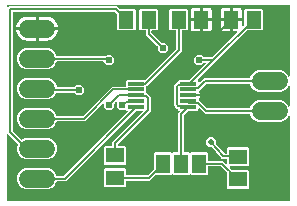
<source format=gbr>
G04 EAGLE Gerber RS-274X export*
G75*
%MOMM*%
%FSLAX34Y34*%
%LPD*%
%INTop Copper*%
%IPPOS*%
%AMOC8*
5,1,8,0,0,1.08239X$1,22.5*%
G01*
%ADD10R,1.300000X1.500000*%
%ADD11C,1.524000*%
%ADD12R,1.500000X1.300000*%
%ADD13R,1.168400X1.600200*%
%ADD14R,1.450000X0.300000*%
%ADD15C,0.152400*%
%ADD16C,0.604000*%
%ADD17C,0.508000*%

G36*
X242510Y3822D02*
X242510Y3822D01*
X242576Y3824D01*
X242619Y3842D01*
X242666Y3850D01*
X242723Y3884D01*
X242783Y3909D01*
X242818Y3940D01*
X242859Y3965D01*
X242901Y4016D01*
X242949Y4060D01*
X242971Y4102D01*
X243000Y4139D01*
X243021Y4201D01*
X243052Y4260D01*
X243060Y4314D01*
X243072Y4351D01*
X243071Y4391D01*
X243079Y4445D01*
X243079Y75617D01*
X243061Y75716D01*
X243047Y75816D01*
X243042Y75826D01*
X243040Y75838D01*
X242988Y75925D01*
X242940Y76013D01*
X242932Y76021D01*
X242925Y76031D01*
X242847Y76094D01*
X242772Y76161D01*
X242760Y76165D01*
X242751Y76172D01*
X242656Y76205D01*
X242562Y76240D01*
X242550Y76240D01*
X242539Y76244D01*
X242439Y76241D01*
X242338Y76242D01*
X242326Y76238D01*
X242314Y76238D01*
X242222Y76200D01*
X242127Y76166D01*
X242118Y76158D01*
X242107Y76153D01*
X242032Y76085D01*
X241956Y76020D01*
X241949Y76009D01*
X241941Y76002D01*
X241920Y75961D01*
X241859Y75860D01*
X241433Y74830D01*
X238860Y72257D01*
X235499Y70865D01*
X216621Y70865D01*
X213260Y72257D01*
X210687Y74830D01*
X209651Y77332D01*
X209622Y77377D01*
X209602Y77427D01*
X209562Y77471D01*
X209530Y77521D01*
X209487Y77553D01*
X209450Y77593D01*
X209398Y77620D01*
X209351Y77655D01*
X209299Y77671D01*
X209251Y77696D01*
X209180Y77706D01*
X209136Y77719D01*
X209105Y77717D01*
X209065Y77723D01*
X171366Y77723D01*
X166887Y82201D01*
X166814Y82252D01*
X166745Y82308D01*
X166723Y82316D01*
X166703Y82330D01*
X166617Y82352D01*
X166533Y82380D01*
X166509Y82380D01*
X166486Y82386D01*
X166397Y82376D01*
X166308Y82374D01*
X166286Y82365D01*
X166263Y82362D01*
X166183Y82323D01*
X166101Y82289D01*
X166083Y82273D01*
X166062Y82263D01*
X166001Y82198D01*
X165935Y82138D01*
X165924Y82117D01*
X165908Y82100D01*
X165873Y82018D01*
X165832Y81938D01*
X165829Y81912D01*
X165820Y81893D01*
X165818Y81843D01*
X165805Y81753D01*
X165805Y81178D01*
X164912Y80285D01*
X157502Y80285D01*
X157460Y80278D01*
X157418Y80280D01*
X157351Y80258D01*
X157281Y80246D01*
X157245Y80224D01*
X157204Y80211D01*
X157131Y80157D01*
X157088Y80131D01*
X157075Y80115D01*
X157053Y80099D01*
X153603Y76649D01*
X153578Y76614D01*
X153547Y76585D01*
X153515Y76522D01*
X153474Y76464D01*
X153464Y76423D01*
X153444Y76385D01*
X153431Y76296D01*
X153418Y76247D01*
X153421Y76226D01*
X153417Y76200D01*
X153417Y45720D01*
X153428Y45655D01*
X153430Y45589D01*
X153448Y45546D01*
X153456Y45499D01*
X153490Y45442D01*
X153515Y45382D01*
X153546Y45347D01*
X153571Y45306D01*
X153622Y45264D01*
X153666Y45216D01*
X153708Y45194D01*
X153745Y45165D01*
X153807Y45144D01*
X153866Y45113D01*
X153920Y45105D01*
X153957Y45093D01*
X153997Y45094D01*
X154051Y45086D01*
X157604Y45086D01*
X158301Y44388D01*
X158356Y44350D01*
X158403Y44305D01*
X158447Y44287D01*
X158486Y44260D01*
X158549Y44243D01*
X158610Y44218D01*
X158657Y44216D01*
X158703Y44204D01*
X158768Y44211D01*
X158834Y44208D01*
X158879Y44222D01*
X158926Y44227D01*
X158985Y44256D01*
X159048Y44276D01*
X159092Y44309D01*
X159127Y44326D01*
X159154Y44355D01*
X159198Y44388D01*
X159896Y45086D01*
X172844Y45086D01*
X173737Y44193D01*
X173737Y38481D01*
X173748Y38416D01*
X173750Y38350D01*
X173768Y38307D01*
X173776Y38260D01*
X173810Y38203D01*
X173835Y38143D01*
X173866Y38108D01*
X173891Y38067D01*
X173942Y38025D01*
X173986Y37977D01*
X174028Y37955D01*
X174065Y37926D01*
X174127Y37905D01*
X174186Y37874D01*
X174240Y37866D01*
X174277Y37854D01*
X174317Y37855D01*
X174371Y37847D01*
X187027Y37847D01*
X189283Y35591D01*
X189356Y35541D01*
X189425Y35484D01*
X189447Y35477D01*
X189467Y35463D01*
X189553Y35441D01*
X189637Y35413D01*
X189661Y35413D01*
X189684Y35407D01*
X189773Y35417D01*
X189862Y35419D01*
X189884Y35428D01*
X189907Y35431D01*
X189987Y35470D01*
X190069Y35503D01*
X190087Y35519D01*
X190108Y35530D01*
X190169Y35595D01*
X190235Y35655D01*
X190246Y35676D01*
X190262Y35693D01*
X190297Y35775D01*
X190338Y35854D01*
X190341Y35881D01*
X190350Y35900D01*
X190352Y35950D01*
X190365Y36040D01*
X190365Y38707D01*
X190356Y38760D01*
X190356Y38813D01*
X190336Y38869D01*
X190326Y38928D01*
X190298Y38974D01*
X190280Y39024D01*
X190242Y39070D01*
X190211Y39121D01*
X190170Y39155D01*
X190136Y39196D01*
X190084Y39225D01*
X190037Y39262D01*
X189987Y39280D01*
X189940Y39306D01*
X189869Y39319D01*
X189825Y39334D01*
X189795Y39333D01*
X189756Y39341D01*
X188030Y39409D01*
X188000Y39405D01*
X187970Y39408D01*
X187889Y39389D01*
X187815Y39379D01*
X186855Y39455D01*
X186844Y39453D01*
X186830Y39456D01*
X185888Y39493D01*
X185276Y40210D01*
X185267Y40217D01*
X185259Y40229D01*
X184601Y40941D01*
X184595Y40964D01*
X184531Y41067D01*
X184510Y41106D01*
X184502Y41113D01*
X184496Y41123D01*
X177184Y49688D01*
X177132Y49730D01*
X177086Y49780D01*
X177045Y49801D01*
X177010Y49830D01*
X176946Y49852D01*
X176887Y49883D01*
X176834Y49890D01*
X176798Y49903D01*
X176757Y49902D01*
X176701Y49910D01*
X174846Y49910D01*
X172465Y52291D01*
X172465Y55659D01*
X174846Y58040D01*
X178214Y58040D01*
X180595Y55659D01*
X180595Y52970D01*
X180598Y52953D01*
X180596Y52935D01*
X180618Y52843D01*
X180634Y52749D01*
X180643Y52734D01*
X180647Y52717D01*
X180747Y52558D01*
X187887Y44195D01*
X187929Y44161D01*
X187965Y44119D01*
X188015Y44090D01*
X188060Y44053D01*
X188112Y44035D01*
X188160Y44008D01*
X188229Y43995D01*
X188272Y43980D01*
X188304Y43981D01*
X188344Y43973D01*
X189706Y43920D01*
X189783Y43931D01*
X189862Y43933D01*
X189894Y43946D01*
X189928Y43951D01*
X189997Y43988D01*
X190069Y44017D01*
X190095Y44041D01*
X190126Y44057D01*
X190178Y44116D01*
X190235Y44169D01*
X190251Y44199D01*
X190274Y44226D01*
X190302Y44299D01*
X190338Y44368D01*
X190343Y44407D01*
X190354Y44435D01*
X190355Y44482D01*
X190365Y44554D01*
X190365Y48382D01*
X191258Y49275D01*
X207522Y49275D01*
X208415Y48382D01*
X208415Y34118D01*
X207522Y33225D01*
X193180Y33225D01*
X193092Y33209D01*
X193004Y33200D01*
X192982Y33190D01*
X192959Y33186D01*
X192882Y33140D01*
X192803Y33101D01*
X192786Y33084D01*
X192766Y33071D01*
X192710Y33002D01*
X192649Y32938D01*
X192639Y32916D01*
X192624Y32897D01*
X192596Y32813D01*
X192561Y32731D01*
X192560Y32707D01*
X192553Y32685D01*
X192555Y32596D01*
X192551Y32507D01*
X192559Y32484D01*
X192559Y32460D01*
X192593Y32378D01*
X192620Y32293D01*
X192636Y32272D01*
X192643Y32253D01*
X192678Y32215D01*
X192731Y32143D01*
X194413Y30460D01*
X194448Y30436D01*
X194477Y30405D01*
X194540Y30373D01*
X194598Y30332D01*
X194639Y30322D01*
X194677Y30302D01*
X194766Y30289D01*
X194815Y30276D01*
X194836Y30279D01*
X194862Y30275D01*
X207522Y30275D01*
X208415Y29382D01*
X208415Y15118D01*
X207522Y14225D01*
X191258Y14225D01*
X190365Y15118D01*
X190365Y27778D01*
X190358Y27820D01*
X190360Y27862D01*
X190338Y27929D01*
X190326Y27999D01*
X190304Y28035D01*
X190291Y28076D01*
X190237Y28149D01*
X190211Y28192D01*
X190195Y28205D01*
X190179Y28227D01*
X185319Y33087D01*
X185284Y33112D01*
X185255Y33143D01*
X185192Y33175D01*
X185134Y33216D01*
X185093Y33226D01*
X185055Y33246D01*
X184966Y33259D01*
X184917Y33272D01*
X184896Y33269D01*
X184870Y33273D01*
X174371Y33273D01*
X174306Y33262D01*
X174240Y33260D01*
X174197Y33242D01*
X174150Y33234D01*
X174093Y33200D01*
X174033Y33175D01*
X173998Y33144D01*
X173957Y33119D01*
X173915Y33068D01*
X173867Y33024D01*
X173845Y32982D01*
X173816Y32945D01*
X173795Y32883D01*
X173764Y32824D01*
X173756Y32770D01*
X173744Y32733D01*
X173745Y32693D01*
X173737Y32639D01*
X173737Y26927D01*
X172844Y26034D01*
X159896Y26034D01*
X159198Y26732D01*
X159144Y26770D01*
X159097Y26815D01*
X159053Y26833D01*
X159014Y26860D01*
X158951Y26877D01*
X158890Y26902D01*
X158843Y26904D01*
X158797Y26916D01*
X158732Y26909D01*
X158666Y26912D01*
X158621Y26898D01*
X158574Y26893D01*
X158515Y26864D01*
X158452Y26844D01*
X158408Y26811D01*
X158373Y26794D01*
X158346Y26765D01*
X158301Y26732D01*
X157604Y26034D01*
X144656Y26034D01*
X143958Y26732D01*
X143904Y26770D01*
X143857Y26815D01*
X143813Y26833D01*
X143774Y26860D01*
X143711Y26877D01*
X143650Y26902D01*
X143603Y26904D01*
X143557Y26916D01*
X143492Y26909D01*
X143426Y26912D01*
X143381Y26898D01*
X143334Y26893D01*
X143275Y26864D01*
X143212Y26844D01*
X143168Y26811D01*
X143133Y26794D01*
X143106Y26765D01*
X143061Y26732D01*
X142364Y26034D01*
X129861Y26034D01*
X129819Y26027D01*
X129777Y26029D01*
X129710Y26007D01*
X129640Y25995D01*
X129604Y25973D01*
X129563Y25960D01*
X129490Y25906D01*
X129447Y25880D01*
X129434Y25864D01*
X129423Y25856D01*
X129422Y25856D01*
X129412Y25848D01*
X124797Y21233D01*
X104909Y21233D01*
X104844Y21222D01*
X104778Y21220D01*
X104735Y21202D01*
X104688Y21194D01*
X104631Y21160D01*
X104571Y21135D01*
X104536Y21104D01*
X104495Y21079D01*
X104453Y21028D01*
X104405Y20984D01*
X104383Y20942D01*
X104354Y20905D01*
X104333Y20843D01*
X104302Y20784D01*
X104294Y20730D01*
X104282Y20693D01*
X104283Y20653D01*
X104275Y20599D01*
X104275Y16388D01*
X103382Y15495D01*
X87118Y15495D01*
X86225Y16388D01*
X86225Y30652D01*
X87118Y31545D01*
X103382Y31545D01*
X104275Y30652D01*
X104275Y26441D01*
X104286Y26376D01*
X104288Y26310D01*
X104306Y26267D01*
X104314Y26220D01*
X104348Y26163D01*
X104373Y26103D01*
X104404Y26068D01*
X104429Y26027D01*
X104480Y25985D01*
X104524Y25937D01*
X104566Y25915D01*
X104603Y25886D01*
X104665Y25865D01*
X104724Y25834D01*
X104778Y25826D01*
X104815Y25814D01*
X104855Y25815D01*
X104909Y25807D01*
X122640Y25807D01*
X122682Y25814D01*
X122724Y25812D01*
X122791Y25834D01*
X122861Y25846D01*
X122897Y25868D01*
X122938Y25881D01*
X123011Y25935D01*
X123054Y25961D01*
X123067Y25977D01*
X123089Y25993D01*
X128337Y31241D01*
X128362Y31276D01*
X128393Y31305D01*
X128425Y31368D01*
X128466Y31426D01*
X128476Y31467D01*
X128496Y31505D01*
X128509Y31594D01*
X128522Y31643D01*
X128519Y31664D01*
X128523Y31690D01*
X128523Y44193D01*
X129416Y45086D01*
X142364Y45086D01*
X143061Y44388D01*
X143116Y44350D01*
X143163Y44305D01*
X143207Y44287D01*
X143246Y44260D01*
X143309Y44243D01*
X143370Y44218D01*
X143417Y44216D01*
X143463Y44204D01*
X143528Y44211D01*
X143594Y44208D01*
X143639Y44222D01*
X143686Y44227D01*
X143745Y44256D01*
X143808Y44276D01*
X143852Y44309D01*
X143887Y44326D01*
X143914Y44355D01*
X143958Y44388D01*
X144656Y45086D01*
X148209Y45086D01*
X148274Y45097D01*
X148340Y45099D01*
X148383Y45117D01*
X148430Y45125D01*
X148487Y45159D01*
X148547Y45184D01*
X148582Y45215D01*
X148623Y45240D01*
X148665Y45291D01*
X148713Y45335D01*
X148735Y45377D01*
X148764Y45414D01*
X148785Y45476D01*
X148816Y45535D01*
X148824Y45589D01*
X148836Y45626D01*
X148835Y45666D01*
X148843Y45720D01*
X148843Y78357D01*
X149689Y79203D01*
X149739Y79276D01*
X149796Y79345D01*
X149803Y79367D01*
X149817Y79387D01*
X149839Y79473D01*
X149867Y79557D01*
X149867Y79581D01*
X149873Y79604D01*
X149863Y79693D01*
X149861Y79782D01*
X149852Y79804D01*
X149849Y79827D01*
X149810Y79907D01*
X149777Y79989D01*
X149761Y80007D01*
X149750Y80028D01*
X149685Y80089D01*
X149625Y80155D01*
X149604Y80166D01*
X149587Y80182D01*
X149505Y80217D01*
X149426Y80258D01*
X149399Y80261D01*
X149380Y80270D01*
X149330Y80272D01*
X149240Y80285D01*
X149148Y80285D01*
X148255Y81178D01*
X148255Y81605D01*
X148248Y81647D01*
X148250Y81689D01*
X148228Y81757D01*
X148216Y81826D01*
X148194Y81863D01*
X148181Y81903D01*
X148127Y81976D01*
X148101Y82019D01*
X148085Y82032D01*
X148069Y82054D01*
X146361Y83763D01*
X145207Y84916D01*
X145207Y101704D01*
X148069Y104566D01*
X148094Y104601D01*
X148125Y104630D01*
X148157Y104693D01*
X148198Y104751D01*
X148208Y104792D01*
X148228Y104829D01*
X148241Y104919D01*
X148254Y104968D01*
X148251Y104989D01*
X148255Y105015D01*
X148255Y105442D01*
X149148Y106335D01*
X158058Y106335D01*
X158100Y106342D01*
X158142Y106340D01*
X158209Y106362D01*
X158279Y106374D01*
X158315Y106396D01*
X158356Y106409D01*
X158429Y106463D01*
X158472Y106489D01*
X158485Y106505D01*
X158507Y106521D01*
X171807Y119821D01*
X171857Y119894D01*
X171914Y119963D01*
X171921Y119985D01*
X171935Y120005D01*
X171957Y120091D01*
X171985Y120175D01*
X171985Y120199D01*
X171991Y120222D01*
X171981Y120311D01*
X171979Y120400D01*
X171970Y120422D01*
X171967Y120445D01*
X171928Y120525D01*
X171895Y120607D01*
X171879Y120625D01*
X171868Y120646D01*
X171803Y120707D01*
X171743Y120773D01*
X171722Y120784D01*
X171705Y120800D01*
X171623Y120835D01*
X171544Y120876D01*
X171517Y120879D01*
X171498Y120888D01*
X171448Y120890D01*
X171358Y120903D01*
X170773Y120903D01*
X170731Y120896D01*
X170689Y120898D01*
X170622Y120876D01*
X170552Y120864D01*
X170516Y120842D01*
X170475Y120829D01*
X170403Y120775D01*
X170359Y120749D01*
X170346Y120733D01*
X170325Y120717D01*
X168253Y118645D01*
X164487Y118645D01*
X161825Y121307D01*
X161825Y125073D01*
X164487Y127735D01*
X168253Y127735D01*
X170325Y125663D01*
X170360Y125638D01*
X170388Y125607D01*
X170451Y125575D01*
X170509Y125534D01*
X170550Y125524D01*
X170588Y125504D01*
X170677Y125491D01*
X170726Y125478D01*
X170747Y125481D01*
X170773Y125477D01*
X177200Y125477D01*
X177242Y125484D01*
X177284Y125482D01*
X177351Y125504D01*
X177421Y125516D01*
X177457Y125538D01*
X177498Y125551D01*
X177571Y125605D01*
X177614Y125631D01*
X177627Y125647D01*
X177649Y125663D01*
X198343Y146357D01*
X198393Y146430D01*
X198450Y146499D01*
X198457Y146521D01*
X198471Y146541D01*
X198493Y146627D01*
X198521Y146711D01*
X198521Y146735D01*
X198527Y146758D01*
X198517Y146847D01*
X198515Y146936D01*
X198506Y146958D01*
X198503Y146981D01*
X198464Y147061D01*
X198431Y147143D01*
X198415Y147161D01*
X198404Y147182D01*
X198339Y147243D01*
X198279Y147309D01*
X198258Y147320D01*
X198241Y147336D01*
X198159Y147371D01*
X198080Y147412D01*
X198053Y147415D01*
X198034Y147424D01*
X197984Y147426D01*
X197894Y147439D01*
X194969Y147439D01*
X194969Y156211D01*
X202741Y156211D01*
X202741Y152286D01*
X202756Y152198D01*
X202766Y152110D01*
X202776Y152088D01*
X202780Y152065D01*
X202826Y151988D01*
X202865Y151909D01*
X202882Y151892D01*
X202895Y151872D01*
X202964Y151816D01*
X203028Y151755D01*
X203050Y151745D01*
X203069Y151730D01*
X203153Y151702D01*
X203235Y151667D01*
X203259Y151666D01*
X203281Y151659D01*
X203370Y151661D01*
X203459Y151657D01*
X203482Y151665D01*
X203506Y151665D01*
X203588Y151699D01*
X203673Y151726D01*
X203694Y151742D01*
X203713Y151749D01*
X203751Y151784D01*
X203823Y151837D01*
X204490Y152503D01*
X204514Y152538D01*
X204545Y152567D01*
X204577Y152630D01*
X204618Y152688D01*
X204628Y152729D01*
X204648Y152767D01*
X204661Y152856D01*
X204674Y152905D01*
X204671Y152926D01*
X204675Y152952D01*
X204675Y165612D01*
X205568Y166505D01*
X219832Y166505D01*
X220725Y165612D01*
X220725Y149348D01*
X219832Y148455D01*
X207172Y148455D01*
X207130Y148448D01*
X207088Y148450D01*
X207021Y148428D01*
X206951Y148416D01*
X206915Y148394D01*
X206874Y148381D01*
X206801Y148327D01*
X206758Y148301D01*
X206745Y148285D01*
X206723Y148269D01*
X165299Y106845D01*
X165261Y106791D01*
X165216Y106743D01*
X165197Y106699D01*
X165171Y106660D01*
X165154Y106597D01*
X165128Y106536D01*
X165126Y106489D01*
X165115Y106443D01*
X165121Y106378D01*
X165118Y106312D01*
X165133Y106267D01*
X165138Y106220D01*
X165167Y106161D01*
X165187Y106098D01*
X165220Y106054D01*
X165237Y106019D01*
X165266Y105992D01*
X165299Y105948D01*
X165805Y105442D01*
X165805Y104867D01*
X165821Y104779D01*
X165830Y104691D01*
X165840Y104670D01*
X165844Y104646D01*
X165890Y104570D01*
X165929Y104490D01*
X165946Y104473D01*
X165959Y104453D01*
X166028Y104397D01*
X166092Y104336D01*
X166114Y104327D01*
X166133Y104312D01*
X166217Y104283D01*
X166299Y104248D01*
X166323Y104247D01*
X166345Y104240D01*
X166434Y104242D01*
X166523Y104238D01*
X166546Y104246D01*
X166570Y104246D01*
X166652Y104280D01*
X166737Y104307D01*
X166758Y104323D01*
X166777Y104331D01*
X166815Y104365D01*
X166887Y104419D01*
X170166Y107697D01*
X209065Y107697D01*
X209118Y107706D01*
X209173Y107706D01*
X209228Y107726D01*
X209286Y107736D01*
X209333Y107764D01*
X209384Y107782D01*
X209429Y107821D01*
X209479Y107851D01*
X209513Y107893D01*
X209555Y107928D01*
X209591Y107989D01*
X209621Y108025D01*
X209630Y108054D01*
X209651Y108088D01*
X210687Y110590D01*
X213260Y113163D01*
X216621Y114555D01*
X235499Y114555D01*
X238860Y113163D01*
X241433Y110590D01*
X241859Y109560D01*
X241913Y109476D01*
X241965Y109389D01*
X241974Y109382D01*
X241980Y109372D01*
X242061Y109311D01*
X242139Y109248D01*
X242150Y109244D01*
X242160Y109237D01*
X242256Y109208D01*
X242351Y109176D01*
X242363Y109176D01*
X242375Y109173D01*
X242475Y109179D01*
X242576Y109182D01*
X242587Y109187D01*
X242598Y109188D01*
X242690Y109229D01*
X242783Y109267D01*
X242792Y109275D01*
X242803Y109280D01*
X242875Y109350D01*
X242949Y109418D01*
X242955Y109429D01*
X242963Y109437D01*
X243005Y109528D01*
X243052Y109618D01*
X243054Y109631D01*
X243058Y109640D01*
X243062Y109686D01*
X243079Y109803D01*
X243079Y169445D01*
X243068Y169510D01*
X243066Y169576D01*
X243048Y169619D01*
X243040Y169666D01*
X243006Y169723D01*
X242981Y169783D01*
X242950Y169818D01*
X242925Y169859D01*
X242874Y169901D01*
X242830Y169949D01*
X242788Y169971D01*
X242751Y170000D01*
X242689Y170021D01*
X242630Y170052D01*
X242576Y170060D01*
X242539Y170072D01*
X242499Y170071D01*
X242445Y170079D01*
X4445Y170079D01*
X4380Y170068D01*
X4314Y170066D01*
X4271Y170048D01*
X4224Y170040D01*
X4167Y170006D01*
X4107Y169981D01*
X4072Y169950D01*
X4031Y169925D01*
X3989Y169874D01*
X3941Y169830D01*
X3919Y169788D01*
X3890Y169751D01*
X3869Y169689D01*
X3838Y169630D01*
X3830Y169576D01*
X3818Y169539D01*
X3819Y169499D01*
X3811Y169445D01*
X3811Y168596D01*
X3826Y168508D01*
X3836Y168420D01*
X3846Y168398D01*
X3850Y168375D01*
X3896Y168298D01*
X3935Y168219D01*
X3952Y168202D01*
X3965Y168182D01*
X4034Y168126D01*
X4098Y168065D01*
X4120Y168055D01*
X4139Y168040D01*
X4223Y168012D01*
X4305Y167977D01*
X4329Y167976D01*
X4351Y167969D01*
X4440Y167971D01*
X4529Y167967D01*
X4552Y167975D01*
X4576Y167975D01*
X4658Y168009D01*
X4743Y168036D01*
X4764Y168052D01*
X4783Y168059D01*
X4821Y168094D01*
X4893Y168147D01*
X5403Y168657D01*
X96857Y168657D01*
X98823Y166691D01*
X98858Y166666D01*
X98887Y166635D01*
X98950Y166603D01*
X99008Y166562D01*
X99049Y166552D01*
X99087Y166532D01*
X99176Y166519D01*
X99225Y166506D01*
X99246Y166509D01*
X99272Y166505D01*
X111932Y166505D01*
X112825Y165612D01*
X112825Y149348D01*
X111932Y148455D01*
X97668Y148455D01*
X96775Y149348D01*
X96775Y162008D01*
X96768Y162050D01*
X96770Y162092D01*
X96748Y162159D01*
X96736Y162229D01*
X96714Y162265D01*
X96701Y162306D01*
X96647Y162379D01*
X96621Y162422D01*
X96605Y162435D01*
X96589Y162457D01*
X95149Y163897D01*
X95114Y163922D01*
X95085Y163953D01*
X95022Y163985D01*
X94964Y164026D01*
X94923Y164036D01*
X94885Y164056D01*
X94796Y164069D01*
X94747Y164082D01*
X94726Y164079D01*
X94700Y164083D01*
X9271Y164083D01*
X9206Y164072D01*
X9140Y164070D01*
X9097Y164052D01*
X9050Y164044D01*
X8993Y164010D01*
X8933Y163985D01*
X8898Y163954D01*
X8857Y163929D01*
X8815Y163878D01*
X8767Y163834D01*
X8745Y163792D01*
X8716Y163755D01*
X8695Y163693D01*
X8664Y163634D01*
X8656Y163580D01*
X8644Y163543D01*
X8645Y163503D01*
X8637Y163449D01*
X8637Y63401D01*
X8644Y63359D01*
X8642Y63316D01*
X8664Y63249D01*
X8676Y63180D01*
X8698Y63143D01*
X8711Y63103D01*
X8765Y63030D01*
X8791Y62987D01*
X8807Y62973D01*
X8823Y62952D01*
X15652Y56122D01*
X15697Y56092D01*
X15735Y56053D01*
X15788Y56028D01*
X15836Y55994D01*
X15889Y55981D01*
X15938Y55958D01*
X15997Y55953D01*
X16054Y55938D01*
X16108Y55944D01*
X16162Y55940D01*
X16231Y55957D01*
X16277Y55962D01*
X16304Y55975D01*
X16343Y55985D01*
X19771Y57405D01*
X38649Y57405D01*
X42010Y56013D01*
X44583Y53440D01*
X45975Y50079D01*
X45975Y46441D01*
X44583Y43080D01*
X42010Y40507D01*
X38649Y39115D01*
X19771Y39115D01*
X16410Y40507D01*
X13837Y43080D01*
X12445Y46441D01*
X12445Y50079D01*
X13098Y51655D01*
X13110Y51708D01*
X13131Y51758D01*
X13133Y51817D01*
X13146Y51874D01*
X13138Y51928D01*
X13141Y51982D01*
X13123Y52038D01*
X13114Y52096D01*
X13089Y52144D01*
X13072Y52196D01*
X13030Y52253D01*
X13008Y52294D01*
X12984Y52314D01*
X12961Y52346D01*
X5589Y59718D01*
X4893Y60413D01*
X4820Y60464D01*
X4751Y60520D01*
X4729Y60528D01*
X4709Y60541D01*
X4623Y60564D01*
X4539Y60592D01*
X4515Y60591D01*
X4492Y60597D01*
X4403Y60588D01*
X4314Y60586D01*
X4292Y60577D01*
X4269Y60574D01*
X4189Y60535D01*
X4107Y60501D01*
X4089Y60485D01*
X4068Y60475D01*
X4007Y60410D01*
X3941Y60350D01*
X3930Y60329D01*
X3914Y60311D01*
X3879Y60229D01*
X3838Y60150D01*
X3835Y60124D01*
X3826Y60105D01*
X3824Y60054D01*
X3811Y59965D01*
X3811Y4445D01*
X3822Y4380D01*
X3824Y4314D01*
X3842Y4271D01*
X3850Y4224D01*
X3884Y4167D01*
X3909Y4107D01*
X3940Y4072D01*
X3965Y4031D01*
X4016Y3989D01*
X4060Y3941D01*
X4102Y3919D01*
X4139Y3890D01*
X4201Y3869D01*
X4260Y3838D01*
X4314Y3830D01*
X4351Y3818D01*
X4391Y3819D01*
X4445Y3811D01*
X242445Y3811D01*
X242510Y3822D01*
G37*
%LPC*%
G36*
X19771Y13715D02*
X19771Y13715D01*
X16410Y15107D01*
X13837Y17680D01*
X12445Y21041D01*
X12445Y24679D01*
X13837Y28040D01*
X16410Y30613D01*
X19771Y32005D01*
X38649Y32005D01*
X42010Y30613D01*
X44583Y28040D01*
X45619Y25538D01*
X45648Y25493D01*
X45668Y25443D01*
X45708Y25399D01*
X45740Y25349D01*
X45783Y25317D01*
X45820Y25277D01*
X45872Y25250D01*
X45919Y25215D01*
X45971Y25199D01*
X46019Y25174D01*
X46090Y25164D01*
X46134Y25151D01*
X46165Y25153D01*
X46205Y25147D01*
X51370Y25147D01*
X51412Y25154D01*
X51454Y25152D01*
X51521Y25174D01*
X51591Y25186D01*
X51627Y25208D01*
X51668Y25221D01*
X51741Y25275D01*
X51784Y25301D01*
X51797Y25317D01*
X51819Y25333D01*
X105689Y79203D01*
X105739Y79276D01*
X105796Y79345D01*
X105803Y79367D01*
X105817Y79387D01*
X105839Y79473D01*
X105867Y79557D01*
X105867Y79581D01*
X105873Y79604D01*
X105863Y79693D01*
X105861Y79782D01*
X105852Y79804D01*
X105849Y79827D01*
X105810Y79907D01*
X105777Y79989D01*
X105761Y80007D01*
X105750Y80028D01*
X105685Y80089D01*
X105625Y80155D01*
X105604Y80166D01*
X105587Y80182D01*
X105505Y80217D01*
X105426Y80258D01*
X105399Y80261D01*
X105380Y80270D01*
X105330Y80272D01*
X105240Y80285D01*
X105148Y80285D01*
X104452Y80982D01*
X104398Y81019D01*
X104350Y81064D01*
X104307Y81083D01*
X104268Y81110D01*
X104204Y81126D01*
X104143Y81152D01*
X104096Y81154D01*
X104050Y81166D01*
X103985Y81159D01*
X103919Y81162D01*
X103874Y81147D01*
X103827Y81143D01*
X103768Y81113D01*
X103706Y81093D01*
X103662Y81061D01*
X103626Y81043D01*
X103599Y81014D01*
X103555Y80982D01*
X103118Y80545D01*
X99353Y80545D01*
X96691Y83207D01*
X96691Y86846D01*
X96676Y86934D01*
X96666Y87022D01*
X96656Y87044D01*
X96652Y87067D01*
X96606Y87144D01*
X96567Y87223D01*
X96550Y87240D01*
X96537Y87260D01*
X96468Y87316D01*
X96404Y87377D01*
X96382Y87387D01*
X96363Y87402D01*
X96279Y87430D01*
X96197Y87465D01*
X96173Y87466D01*
X96151Y87473D01*
X96062Y87471D01*
X95973Y87475D01*
X95950Y87467D01*
X95926Y87467D01*
X95844Y87433D01*
X95759Y87406D01*
X95738Y87390D01*
X95719Y87383D01*
X95681Y87348D01*
X95609Y87295D01*
X94900Y86587D01*
X94876Y86552D01*
X94845Y86523D01*
X94813Y86460D01*
X94772Y86402D01*
X94762Y86361D01*
X94742Y86323D01*
X94729Y86234D01*
X94716Y86185D01*
X94719Y86164D01*
X94715Y86138D01*
X94715Y83207D01*
X92053Y80545D01*
X88287Y80545D01*
X85625Y83207D01*
X85625Y85823D01*
X85609Y85911D01*
X85600Y85999D01*
X85590Y86020D01*
X85586Y86044D01*
X85540Y86121D01*
X85501Y86200D01*
X85484Y86217D01*
X85471Y86237D01*
X85402Y86293D01*
X85338Y86354D01*
X85316Y86363D01*
X85297Y86378D01*
X85213Y86407D01*
X85131Y86442D01*
X85107Y86443D01*
X85085Y86450D01*
X84996Y86448D01*
X84907Y86452D01*
X84884Y86444D01*
X84860Y86444D01*
X84778Y86410D01*
X84693Y86383D01*
X84672Y86367D01*
X84653Y86359D01*
X84615Y86325D01*
X84543Y86271D01*
X71170Y72899D01*
X69644Y71373D01*
X46205Y71373D01*
X46152Y71364D01*
X46097Y71364D01*
X46042Y71344D01*
X45984Y71334D01*
X45937Y71306D01*
X45886Y71288D01*
X45841Y71249D01*
X45791Y71219D01*
X45757Y71177D01*
X45715Y71142D01*
X45679Y71081D01*
X45649Y71045D01*
X45640Y71016D01*
X45619Y70982D01*
X44583Y68480D01*
X42010Y65907D01*
X38649Y64515D01*
X19771Y64515D01*
X16410Y65907D01*
X13837Y68480D01*
X12445Y71841D01*
X12445Y75479D01*
X13837Y78840D01*
X16410Y81413D01*
X19771Y82805D01*
X38649Y82805D01*
X42010Y81413D01*
X44583Y78840D01*
X45619Y76338D01*
X45648Y76293D01*
X45668Y76243D01*
X45708Y76199D01*
X45740Y76149D01*
X45783Y76117D01*
X45820Y76077D01*
X45872Y76050D01*
X45919Y76015D01*
X45971Y75999D01*
X46019Y75974D01*
X46090Y75964D01*
X46134Y75951D01*
X46165Y75953D01*
X46205Y75947D01*
X67487Y75947D01*
X67529Y75954D01*
X67571Y75952D01*
X67639Y75974D01*
X67708Y75986D01*
X67745Y76008D01*
X67785Y76021D01*
X67858Y76075D01*
X67901Y76101D01*
X67914Y76117D01*
X67936Y76133D01*
X92400Y100597D01*
X103621Y100597D01*
X103686Y100608D01*
X103752Y100610D01*
X103795Y100628D01*
X103842Y100636D01*
X103899Y100670D01*
X103959Y100695D01*
X103994Y100726D01*
X104035Y100751D01*
X104077Y100802D01*
X104125Y100846D01*
X104147Y100888D01*
X104176Y100925D01*
X104197Y100987D01*
X104228Y101046D01*
X104236Y101100D01*
X104248Y101137D01*
X104247Y101177D01*
X104255Y101231D01*
X104255Y105442D01*
X105148Y106335D01*
X120008Y106335D01*
X120050Y106342D01*
X120092Y106340D01*
X120159Y106362D01*
X120229Y106374D01*
X120265Y106396D01*
X120306Y106409D01*
X120379Y106463D01*
X120422Y106489D01*
X120435Y106505D01*
X120457Y106521D01*
X146777Y132841D01*
X146802Y132876D01*
X146833Y132905D01*
X146865Y132968D01*
X146906Y133026D01*
X146916Y133067D01*
X146936Y133105D01*
X146949Y133194D01*
X146962Y133243D01*
X146959Y133264D01*
X146963Y133290D01*
X146963Y147821D01*
X146952Y147886D01*
X146950Y147952D01*
X146932Y147995D01*
X146924Y148042D01*
X146890Y148099D01*
X146865Y148159D01*
X146834Y148194D01*
X146809Y148235D01*
X146758Y148277D01*
X146714Y148325D01*
X146672Y148347D01*
X146635Y148376D01*
X146573Y148397D01*
X146514Y148428D01*
X146460Y148436D01*
X146423Y148448D01*
X146383Y148447D01*
X146329Y148455D01*
X142118Y148455D01*
X141225Y149348D01*
X141225Y165612D01*
X142118Y166505D01*
X156382Y166505D01*
X157275Y165612D01*
X157275Y149348D01*
X156382Y148455D01*
X152171Y148455D01*
X152106Y148444D01*
X152040Y148442D01*
X151997Y148424D01*
X151950Y148416D01*
X151893Y148382D01*
X151833Y148357D01*
X151798Y148326D01*
X151757Y148301D01*
X151715Y148250D01*
X151667Y148206D01*
X151645Y148164D01*
X151616Y148127D01*
X151595Y148065D01*
X151564Y148006D01*
X151556Y147952D01*
X151544Y147915D01*
X151545Y147882D01*
X151544Y147879D01*
X151544Y147870D01*
X151537Y147821D01*
X151537Y131133D01*
X121991Y101587D01*
X121966Y101552D01*
X121935Y101523D01*
X121903Y101460D01*
X121862Y101402D01*
X121852Y101361D01*
X121832Y101323D01*
X121819Y101234D01*
X121806Y101185D01*
X121809Y101164D01*
X121809Y101163D01*
X121802Y101156D01*
X121784Y101113D01*
X121757Y101074D01*
X121740Y101010D01*
X121715Y100950D01*
X121713Y100903D01*
X121701Y100857D01*
X121708Y100792D01*
X121705Y100726D01*
X121719Y100681D01*
X121724Y100634D01*
X121753Y100575D01*
X121773Y100512D01*
X121805Y100470D01*
X121805Y96159D01*
X121802Y96156D01*
X121784Y96113D01*
X121757Y96074D01*
X121740Y96010D01*
X121715Y95950D01*
X121713Y95903D01*
X121701Y95857D01*
X121708Y95792D01*
X121705Y95726D01*
X121719Y95681D01*
X121724Y95634D01*
X121753Y95575D01*
X121773Y95512D01*
X121806Y95468D01*
X121817Y95446D01*
X121818Y95394D01*
X121836Y95351D01*
X121844Y95304D01*
X121878Y95247D01*
X121903Y95187D01*
X121934Y95152D01*
X121959Y95111D01*
X122010Y95069D01*
X122054Y95021D01*
X122096Y94999D01*
X122133Y94970D01*
X122195Y94949D01*
X122254Y94918D01*
X122308Y94910D01*
X122345Y94898D01*
X122377Y94899D01*
X125361Y91915D01*
X125361Y79705D01*
X97723Y52067D01*
X97698Y52032D01*
X97667Y52004D01*
X97635Y51941D01*
X97594Y51883D01*
X97584Y51842D01*
X97564Y51804D01*
X97551Y51715D01*
X97538Y51666D01*
X97541Y51645D01*
X97537Y51619D01*
X97537Y51179D01*
X97548Y51114D01*
X97550Y51048D01*
X97568Y51005D01*
X97576Y50958D01*
X97610Y50901D01*
X97635Y50841D01*
X97666Y50806D01*
X97691Y50765D01*
X97742Y50723D01*
X97786Y50675D01*
X97828Y50653D01*
X97865Y50624D01*
X97927Y50603D01*
X97986Y50572D01*
X98040Y50564D01*
X98077Y50552D01*
X98117Y50553D01*
X98171Y50545D01*
X103382Y50545D01*
X104275Y49652D01*
X104275Y35388D01*
X103382Y34495D01*
X87118Y34495D01*
X86225Y35388D01*
X86225Y49652D01*
X87118Y50545D01*
X92329Y50545D01*
X92394Y50556D01*
X92460Y50558D01*
X92503Y50576D01*
X92550Y50584D01*
X92607Y50618D01*
X92667Y50643D01*
X92702Y50674D01*
X92743Y50699D01*
X92785Y50750D01*
X92833Y50794D01*
X92855Y50836D01*
X92884Y50873D01*
X92905Y50935D01*
X92936Y50994D01*
X92944Y51048D01*
X92956Y51085D01*
X92955Y51125D01*
X92963Y51179D01*
X92963Y53776D01*
X118390Y79203D01*
X118441Y79276D01*
X118497Y79345D01*
X118504Y79367D01*
X118518Y79387D01*
X118540Y79473D01*
X118569Y79557D01*
X118568Y79581D01*
X118574Y79604D01*
X118565Y79693D01*
X118562Y79782D01*
X118553Y79804D01*
X118551Y79827D01*
X118511Y79907D01*
X118478Y79989D01*
X118462Y80007D01*
X118451Y80028D01*
X118386Y80089D01*
X118326Y80155D01*
X118305Y80166D01*
X118288Y80182D01*
X118206Y80217D01*
X118127Y80258D01*
X118101Y80261D01*
X118081Y80270D01*
X118031Y80272D01*
X117941Y80285D01*
X113502Y80285D01*
X113460Y80278D01*
X113418Y80280D01*
X113351Y80258D01*
X113281Y80246D01*
X113245Y80224D01*
X113204Y80211D01*
X113131Y80157D01*
X113088Y80131D01*
X113075Y80115D01*
X113053Y80099D01*
X55053Y22099D01*
X53527Y20573D01*
X46205Y20573D01*
X46152Y20564D01*
X46097Y20564D01*
X46042Y20544D01*
X45984Y20534D01*
X45937Y20506D01*
X45886Y20488D01*
X45841Y20449D01*
X45791Y20419D01*
X45757Y20377D01*
X45715Y20342D01*
X45679Y20281D01*
X45649Y20245D01*
X45640Y20216D01*
X45619Y20182D01*
X44583Y17680D01*
X42010Y15107D01*
X38649Y13715D01*
X19771Y13715D01*
G37*
%LPD*%
G36*
X209118Y82306D02*
X209118Y82306D01*
X209173Y82306D01*
X209228Y82326D01*
X209286Y82336D01*
X209333Y82364D01*
X209384Y82382D01*
X209429Y82421D01*
X209479Y82451D01*
X209513Y82493D01*
X209555Y82528D01*
X209591Y82589D01*
X209621Y82625D01*
X209630Y82654D01*
X209651Y82688D01*
X210687Y85190D01*
X213260Y87763D01*
X216621Y89155D01*
X235499Y89155D01*
X238860Y87763D01*
X241433Y85190D01*
X241859Y84160D01*
X241913Y84076D01*
X241965Y83989D01*
X241974Y83982D01*
X241980Y83972D01*
X242061Y83911D01*
X242139Y83848D01*
X242150Y83844D01*
X242160Y83837D01*
X242256Y83808D01*
X242351Y83776D01*
X242363Y83776D01*
X242375Y83773D01*
X242475Y83779D01*
X242576Y83782D01*
X242587Y83787D01*
X242598Y83788D01*
X242690Y83829D01*
X242783Y83867D01*
X242792Y83875D01*
X242803Y83880D01*
X242875Y83950D01*
X242949Y84018D01*
X242955Y84029D01*
X242963Y84037D01*
X243005Y84128D01*
X243052Y84218D01*
X243054Y84231D01*
X243058Y84240D01*
X243062Y84286D01*
X243079Y84403D01*
X243079Y101017D01*
X243061Y101116D01*
X243047Y101216D01*
X243042Y101226D01*
X243040Y101238D01*
X242988Y101325D01*
X242940Y101413D01*
X242932Y101421D01*
X242925Y101431D01*
X242847Y101494D01*
X242772Y101561D01*
X242760Y101565D01*
X242751Y101572D01*
X242656Y101605D01*
X242562Y101640D01*
X242550Y101640D01*
X242539Y101644D01*
X242439Y101641D01*
X242338Y101642D01*
X242326Y101638D01*
X242314Y101638D01*
X242222Y101600D01*
X242127Y101566D01*
X242118Y101558D01*
X242107Y101553D01*
X242032Y101485D01*
X241956Y101420D01*
X241949Y101409D01*
X241941Y101402D01*
X241920Y101361D01*
X241859Y101260D01*
X241433Y100230D01*
X238860Y97657D01*
X235499Y96265D01*
X216621Y96265D01*
X213260Y97657D01*
X210687Y100230D01*
X209651Y102732D01*
X209622Y102777D01*
X209602Y102827D01*
X209562Y102871D01*
X209530Y102921D01*
X209487Y102953D01*
X209450Y102993D01*
X209398Y103020D01*
X209351Y103055D01*
X209299Y103071D01*
X209251Y103096D01*
X209180Y103106D01*
X209136Y103119D01*
X209105Y103117D01*
X209065Y103123D01*
X172323Y103123D01*
X172281Y103116D01*
X172239Y103118D01*
X172171Y103096D01*
X172102Y103084D01*
X172065Y103062D01*
X172025Y103049D01*
X171952Y102995D01*
X171909Y102969D01*
X171896Y102953D01*
X171874Y102937D01*
X166258Y97322D01*
X166221Y97268D01*
X166176Y97220D01*
X166157Y97176D01*
X166130Y97137D01*
X166114Y97074D01*
X166088Y97013D01*
X166086Y96966D01*
X166074Y96920D01*
X166081Y96855D01*
X166078Y96789D01*
X166093Y96744D01*
X166098Y96697D01*
X166127Y96638D01*
X166147Y96575D01*
X166180Y96531D01*
X166197Y96496D01*
X166226Y96469D01*
X166259Y96425D01*
X166313Y96370D01*
X166648Y95791D01*
X166821Y95145D01*
X166821Y94059D01*
X157145Y94059D01*
X157080Y94048D01*
X157015Y94046D01*
X156971Y94028D01*
X156924Y94020D01*
X156868Y93986D01*
X156807Y93961D01*
X156772Y93930D01*
X156731Y93905D01*
X156690Y93854D01*
X156641Y93810D01*
X156620Y93768D01*
X156590Y93731D01*
X156569Y93669D01*
X156539Y93610D01*
X156531Y93556D01*
X156518Y93519D01*
X156519Y93479D01*
X156511Y93425D01*
X156511Y93195D01*
X156523Y93130D01*
X156525Y93064D01*
X156542Y93021D01*
X156551Y92974D01*
X156584Y92917D01*
X156609Y92856D01*
X156641Y92822D01*
X156665Y92781D01*
X156716Y92739D01*
X156760Y92691D01*
X156802Y92669D01*
X156839Y92640D01*
X156901Y92618D01*
X156960Y92588D01*
X157014Y92580D01*
X157051Y92568D01*
X157091Y92569D01*
X157145Y92561D01*
X166821Y92561D01*
X166821Y91475D01*
X166648Y90829D01*
X166313Y90250D01*
X166259Y90195D01*
X166221Y90141D01*
X166176Y90093D01*
X166157Y90050D01*
X166130Y90011D01*
X166114Y89947D01*
X166088Y89887D01*
X166086Y89840D01*
X166074Y89794D01*
X166081Y89728D01*
X166078Y89663D01*
X166093Y89618D01*
X166098Y89571D01*
X166127Y89512D01*
X166147Y89449D01*
X166180Y89405D01*
X166197Y89370D01*
X166226Y89343D01*
X166258Y89298D01*
X173074Y82483D01*
X173109Y82458D01*
X173138Y82427D01*
X173201Y82395D01*
X173259Y82354D01*
X173300Y82344D01*
X173337Y82324D01*
X173427Y82311D01*
X173476Y82298D01*
X173497Y82301D01*
X173523Y82297D01*
X209065Y82297D01*
X209118Y82306D01*
G37*
%LPC*%
G36*
X19771Y115315D02*
X19771Y115315D01*
X16410Y116707D01*
X13837Y119280D01*
X12445Y122641D01*
X12445Y126279D01*
X13837Y129640D01*
X16410Y132213D01*
X19771Y133605D01*
X38649Y133605D01*
X42010Y132213D01*
X44583Y129640D01*
X45619Y127138D01*
X45648Y127093D01*
X45668Y127043D01*
X45708Y126999D01*
X45740Y126949D01*
X45783Y126917D01*
X45820Y126877D01*
X45872Y126850D01*
X45919Y126815D01*
X45971Y126799D01*
X46019Y126774D01*
X46090Y126764D01*
X46134Y126751D01*
X46165Y126753D01*
X46205Y126747D01*
X87037Y126747D01*
X87079Y126754D01*
X87121Y126752D01*
X87188Y126774D01*
X87258Y126786D01*
X87294Y126808D01*
X87335Y126821D01*
X87407Y126875D01*
X87451Y126901D01*
X87464Y126917D01*
X87485Y126933D01*
X88287Y127735D01*
X92053Y127735D01*
X94715Y125073D01*
X94715Y121307D01*
X92053Y118645D01*
X88287Y118645D01*
X85625Y121307D01*
X85625Y121539D01*
X85614Y121604D01*
X85612Y121670D01*
X85594Y121713D01*
X85586Y121760D01*
X85552Y121817D01*
X85527Y121877D01*
X85496Y121912D01*
X85471Y121953D01*
X85420Y121995D01*
X85376Y122043D01*
X85334Y122065D01*
X85297Y122094D01*
X85235Y122115D01*
X85176Y122146D01*
X85122Y122154D01*
X85085Y122166D01*
X85045Y122165D01*
X84991Y122173D01*
X46205Y122173D01*
X46152Y122164D01*
X46097Y122164D01*
X46042Y122144D01*
X45984Y122134D01*
X45937Y122106D01*
X45886Y122088D01*
X45841Y122049D01*
X45791Y122019D01*
X45757Y121977D01*
X45715Y121942D01*
X45679Y121881D01*
X45649Y121845D01*
X45640Y121816D01*
X45619Y121782D01*
X44583Y119280D01*
X42010Y116707D01*
X38649Y115315D01*
X19771Y115315D01*
G37*
%LPD*%
%LPC*%
G36*
X19771Y89915D02*
X19771Y89915D01*
X16410Y91307D01*
X13837Y93880D01*
X12445Y97241D01*
X12445Y100879D01*
X13837Y104240D01*
X16410Y106813D01*
X19771Y108205D01*
X38649Y108205D01*
X42010Y106813D01*
X44583Y104240D01*
X45975Y100879D01*
X45975Y100711D01*
X45986Y100646D01*
X45988Y100580D01*
X46006Y100537D01*
X46014Y100490D01*
X46048Y100433D01*
X46073Y100373D01*
X46104Y100338D01*
X46129Y100297D01*
X46180Y100255D01*
X46224Y100207D01*
X46266Y100185D01*
X46303Y100156D01*
X46365Y100135D01*
X46424Y100104D01*
X46478Y100096D01*
X46515Y100084D01*
X46555Y100085D01*
X46609Y100077D01*
X60367Y100077D01*
X60409Y100084D01*
X60451Y100082D01*
X60518Y100104D01*
X60588Y100116D01*
X60624Y100138D01*
X60665Y100151D01*
X60737Y100205D01*
X60781Y100231D01*
X60794Y100247D01*
X60815Y100263D01*
X62888Y102335D01*
X66653Y102335D01*
X69315Y99673D01*
X69315Y95907D01*
X66653Y93245D01*
X62888Y93245D01*
X60815Y95317D01*
X60780Y95342D01*
X60752Y95373D01*
X60689Y95405D01*
X60631Y95446D01*
X60590Y95456D01*
X60552Y95476D01*
X60463Y95489D01*
X60414Y95502D01*
X60393Y95499D01*
X60367Y95503D01*
X45679Y95503D01*
X45625Y95494D01*
X45571Y95494D01*
X45516Y95474D01*
X45458Y95464D01*
X45411Y95436D01*
X45360Y95418D01*
X45315Y95379D01*
X45265Y95349D01*
X45231Y95307D01*
X45189Y95272D01*
X45153Y95211D01*
X45123Y95175D01*
X45114Y95146D01*
X45093Y95112D01*
X44583Y93880D01*
X42010Y91307D01*
X38649Y89915D01*
X19771Y89915D01*
G37*
%LPD*%
%LPC*%
G36*
X134007Y128805D02*
X134007Y128805D01*
X131345Y131467D01*
X131345Y134398D01*
X131338Y134440D01*
X131340Y134482D01*
X131318Y134549D01*
X131306Y134619D01*
X131284Y134655D01*
X131271Y134696D01*
X131217Y134769D01*
X131191Y134812D01*
X131175Y134825D01*
X131159Y134847D01*
X121513Y144493D01*
X121513Y147821D01*
X121502Y147886D01*
X121500Y147952D01*
X121482Y147995D01*
X121474Y148042D01*
X121440Y148099D01*
X121415Y148159D01*
X121384Y148194D01*
X121359Y148235D01*
X121308Y148277D01*
X121264Y148325D01*
X121222Y148347D01*
X121185Y148376D01*
X121123Y148397D01*
X121064Y148428D01*
X121010Y148436D01*
X120973Y148448D01*
X120933Y148447D01*
X120879Y148455D01*
X116668Y148455D01*
X115775Y149348D01*
X115775Y165612D01*
X116668Y166505D01*
X130932Y166505D01*
X131825Y165612D01*
X131825Y149348D01*
X130932Y148455D01*
X126721Y148455D01*
X126656Y148444D01*
X126590Y148442D01*
X126547Y148424D01*
X126500Y148416D01*
X126443Y148382D01*
X126383Y148357D01*
X126348Y148326D01*
X126307Y148301D01*
X126265Y148250D01*
X126217Y148206D01*
X126195Y148164D01*
X126166Y148127D01*
X126145Y148065D01*
X126114Y148006D01*
X126106Y147952D01*
X126094Y147915D01*
X126095Y147882D01*
X126094Y147879D01*
X126094Y147870D01*
X126087Y147821D01*
X126087Y146650D01*
X126094Y146608D01*
X126092Y146566D01*
X126114Y146499D01*
X126126Y146429D01*
X126148Y146393D01*
X126161Y146352D01*
X126215Y146279D01*
X126241Y146236D01*
X126257Y146223D01*
X126273Y146201D01*
X134393Y138081D01*
X134428Y138056D01*
X134457Y138025D01*
X134520Y137993D01*
X134578Y137952D01*
X134619Y137942D01*
X134657Y137922D01*
X134746Y137909D01*
X134795Y137896D01*
X134816Y137899D01*
X134842Y137895D01*
X137773Y137895D01*
X140435Y135233D01*
X140435Y131467D01*
X137773Y128805D01*
X134007Y128805D01*
G37*
%LPD*%
%LPC*%
G36*
X30479Y151129D02*
X30479Y151129D01*
X30479Y160021D01*
X37630Y160021D01*
X39209Y159771D01*
X40730Y159276D01*
X42155Y158550D01*
X43449Y157610D01*
X44580Y156479D01*
X45520Y155185D01*
X46246Y153760D01*
X46741Y152239D01*
X46916Y151129D01*
X30479Y151129D01*
G37*
%LPD*%
%LPC*%
G36*
X11504Y151129D02*
X11504Y151129D01*
X11679Y152239D01*
X12174Y153760D01*
X12900Y155185D01*
X13840Y156479D01*
X14971Y157610D01*
X16265Y158550D01*
X17690Y159276D01*
X19211Y159771D01*
X20790Y160021D01*
X27941Y160021D01*
X27941Y151129D01*
X11504Y151129D01*
G37*
%LPD*%
%LPC*%
G36*
X30479Y139699D02*
X30479Y139699D01*
X30479Y148591D01*
X46916Y148591D01*
X46741Y147481D01*
X46246Y145960D01*
X45520Y144535D01*
X44580Y143241D01*
X43449Y142110D01*
X42155Y141170D01*
X40730Y140444D01*
X39209Y139949D01*
X37630Y139699D01*
X30479Y139699D01*
G37*
%LPD*%
%LPC*%
G36*
X20790Y139699D02*
X20790Y139699D01*
X19211Y139949D01*
X17690Y140444D01*
X16265Y141170D01*
X14971Y142110D01*
X13840Y143241D01*
X12900Y144535D01*
X12174Y145960D01*
X11679Y147481D01*
X11504Y148591D01*
X27941Y148591D01*
X27941Y139699D01*
X20790Y139699D01*
G37*
%LPD*%
%LPC*%
G36*
X194969Y158749D02*
X194969Y158749D01*
X194969Y167521D01*
X200535Y167521D01*
X201181Y167348D01*
X201760Y167013D01*
X202233Y166540D01*
X202568Y165961D01*
X202741Y165315D01*
X202741Y158749D01*
X194969Y158749D01*
G37*
%LPD*%
%LPC*%
G36*
X169519Y158749D02*
X169519Y158749D01*
X169519Y167521D01*
X175085Y167521D01*
X175731Y167348D01*
X176310Y167013D01*
X176783Y166540D01*
X177118Y165961D01*
X177291Y165315D01*
X177291Y158749D01*
X169519Y158749D01*
G37*
%LPD*%
%LPC*%
G36*
X159209Y158749D02*
X159209Y158749D01*
X159209Y165315D01*
X159382Y165961D01*
X159717Y166540D01*
X160190Y167013D01*
X160769Y167348D01*
X161415Y167521D01*
X166981Y167521D01*
X166981Y158749D01*
X159209Y158749D01*
G37*
%LPD*%
%LPC*%
G36*
X184659Y158749D02*
X184659Y158749D01*
X184659Y165315D01*
X184832Y165961D01*
X185167Y166540D01*
X185640Y167013D01*
X186219Y167348D01*
X186865Y167521D01*
X192431Y167521D01*
X192431Y158749D01*
X184659Y158749D01*
G37*
%LPD*%
%LPC*%
G36*
X169519Y147439D02*
X169519Y147439D01*
X169519Y156211D01*
X177291Y156211D01*
X177291Y149645D01*
X177118Y148999D01*
X176783Y148420D01*
X176310Y147947D01*
X175731Y147612D01*
X175085Y147439D01*
X169519Y147439D01*
G37*
%LPD*%
%LPC*%
G36*
X186865Y147439D02*
X186865Y147439D01*
X186219Y147612D01*
X185640Y147947D01*
X185167Y148420D01*
X184832Y148999D01*
X184659Y149645D01*
X184659Y156211D01*
X192431Y156211D01*
X192431Y147439D01*
X186865Y147439D01*
G37*
%LPD*%
%LPC*%
G36*
X161415Y147439D02*
X161415Y147439D01*
X160769Y147612D01*
X160190Y147947D01*
X159717Y148420D01*
X159382Y148999D01*
X159209Y149645D01*
X159209Y156211D01*
X166981Y156211D01*
X166981Y147439D01*
X161415Y147439D01*
G37*
%LPD*%
%LPC*%
G36*
X29209Y149859D02*
X29209Y149859D01*
X29209Y149861D01*
X29211Y149861D01*
X29211Y149859D01*
X29209Y149859D01*
G37*
%LPD*%
%LPC*%
G36*
X168249Y157479D02*
X168249Y157479D01*
X168249Y157481D01*
X168251Y157481D01*
X168251Y157479D01*
X168249Y157479D01*
G37*
%LPD*%
%LPC*%
G36*
X193699Y157479D02*
X193699Y157479D01*
X193699Y157481D01*
X193701Y157481D01*
X193701Y157479D01*
X193699Y157479D01*
G37*
%LPD*%
D10*
X212700Y157480D03*
X193700Y157480D03*
X149250Y157480D03*
X168250Y157480D03*
D11*
X218440Y105410D02*
X233680Y105410D01*
X233680Y80010D02*
X218440Y80010D01*
X36830Y22860D02*
X21590Y22860D01*
X21590Y48260D02*
X36830Y48260D01*
X36830Y73660D02*
X21590Y73660D01*
X21590Y99060D02*
X36830Y99060D01*
X36830Y124460D02*
X21590Y124460D01*
X21590Y149860D02*
X36830Y149860D01*
D12*
X199390Y41250D03*
X199390Y22250D03*
X95250Y42520D03*
X95250Y23520D03*
D13*
X135890Y35560D03*
X151130Y35560D03*
X166370Y35560D03*
D14*
X113030Y83310D03*
X157030Y83310D03*
X157030Y88310D03*
X113030Y88310D03*
X113030Y93310D03*
X113030Y98310D03*
X113030Y103310D03*
X157030Y93310D03*
X157030Y98310D03*
X157030Y103310D03*
D10*
X123800Y157480D03*
X104800Y157480D03*
D15*
X148833Y102096D02*
X147494Y100757D01*
X147494Y85863D02*
X148833Y84524D01*
X147494Y85863D02*
X147494Y100757D01*
X155816Y102096D02*
X157030Y103310D01*
X155816Y102096D02*
X148833Y102096D01*
X148833Y84524D02*
X155816Y84524D01*
X157030Y83310D01*
X178410Y123190D02*
X212700Y157480D01*
X178410Y123190D02*
X157792Y102572D01*
X156981Y102572D01*
X156505Y102096D01*
X155816Y102096D01*
X88900Y124460D02*
X29210Y124460D01*
X88900Y124460D02*
X90170Y123190D01*
D16*
X90170Y123190D03*
X166370Y123190D03*
D15*
X178410Y123190D01*
X151130Y77410D02*
X151130Y35560D01*
X151130Y77410D02*
X157030Y83310D01*
X157030Y93310D02*
X201260Y93310D01*
X201930Y93980D01*
D16*
X201930Y93980D03*
D15*
X168250Y146710D02*
X168250Y157480D01*
X168250Y146710D02*
X179070Y135890D01*
D16*
X179070Y135890D03*
D15*
X179070Y142850D02*
X193700Y157480D01*
X179070Y142850D02*
X179070Y135890D01*
X113030Y93310D02*
X98390Y93310D01*
X90170Y85090D01*
D16*
X90170Y85090D03*
X64770Y97790D03*
D15*
X30480Y97790D01*
X29210Y99060D01*
X121437Y92604D02*
X123074Y90967D01*
X123074Y80653D01*
X121437Y92604D02*
X113736Y92604D01*
X113030Y93310D01*
X95250Y52829D02*
X95250Y42520D01*
X95250Y52829D02*
X123074Y80653D01*
X93347Y98310D02*
X68697Y73660D01*
X93347Y98310D02*
X113030Y98310D01*
X68697Y73660D02*
X29210Y73660D01*
X176530Y53975D02*
X186977Y41739D01*
X199390Y41250D01*
D17*
X176530Y53975D03*
D15*
X113030Y83310D02*
X52580Y22860D01*
X29210Y22860D01*
X158244Y99524D02*
X165227Y99524D01*
X158244Y99524D02*
X157030Y98310D01*
X171113Y105410D02*
X226060Y105410D01*
X171113Y105410D02*
X165227Y99524D01*
X165227Y87096D02*
X158244Y87096D01*
X157030Y88310D01*
X172313Y80010D02*
X226060Y80010D01*
X172313Y80010D02*
X165227Y87096D01*
X166370Y35560D02*
X186080Y35560D01*
X199390Y22250D01*
X135890Y35560D02*
X123850Y23520D01*
X95250Y23520D01*
X120480Y103310D02*
X149250Y132080D01*
X120480Y103310D02*
X113030Y103310D01*
X149250Y132080D02*
X149250Y157480D01*
X29210Y48260D02*
X20281Y48260D01*
X6350Y62191D01*
X6350Y166370D01*
X95910Y166370D02*
X104800Y157480D01*
X95910Y166370D02*
X6350Y166370D01*
D16*
X101236Y85090D03*
D15*
X112324Y87604D02*
X113030Y88310D01*
X112324Y87604D02*
X104623Y87604D01*
X101236Y85090D02*
X101236Y84217D01*
X104623Y87604D01*
D16*
X135890Y133350D03*
D15*
X123800Y145440D01*
X123800Y157480D01*
M02*

</source>
